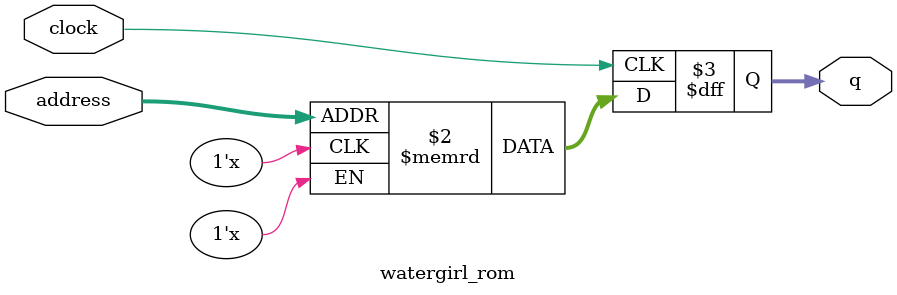
<source format=sv>
module watergirl_rom (
	input logic clock,
	input logic [11:0] address,
	output logic [2:0] q
);

logic [2:0] memory [0:2499] /* synthesis ram_init_file = "./watergirl/watergirl.COE" */;

always_ff @ (posedge clock) begin
	q <= memory[address];
end

endmodule

</source>
